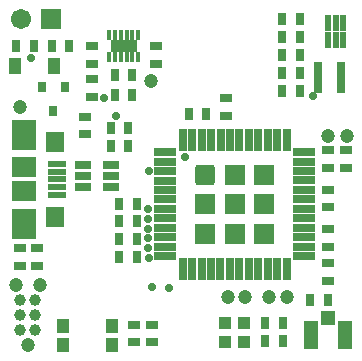
<source format=gts>
G04*
G04 #@! TF.GenerationSoftware,Altium Limited,Altium Designer,19.0.14 (431)*
G04*
G04 Layer_Color=8388736*
%FSAX25Y25*%
%MOIN*%
G70*
G01*
G75*
%ADD32R,0.03150X0.03543*%
%ADD41C,0.04737*%
%ADD42R,0.05524X0.03162*%
%ADD43R,0.08280X0.09855*%
%ADD44R,0.06312X0.07099*%
%ADD45R,0.08280X0.06902*%
%ADD46R,0.05906X0.01968*%
%ADD47R,0.02178X0.05524*%
%ADD48R,0.02729X0.02572*%
%ADD49R,0.03162X0.04343*%
%ADD50R,0.04343X0.03162*%
%ADD51R,0.01784X0.03556*%
%ADD52R,0.08674X0.03910*%
%ADD53R,0.04383X0.05603*%
%ADD54R,0.03950X0.03950*%
%ADD55R,0.07493X0.02769*%
%ADD56R,0.02769X0.07493*%
G04:AMPARAMS|DCode=57|XSize=67.06mil|YSize=67.06mil|CornerRadius=9.91mil|HoleSize=0mil|Usage=FLASHONLY|Rotation=0.000|XOffset=0mil|YOffset=0mil|HoleType=Round|Shape=RoundedRectangle|*
%AMROUNDEDRECTD57*
21,1,0.06706,0.04724,0,0,0.0*
21,1,0.04724,0.06706,0,0,0.0*
1,1,0.01981,0.02362,-0.02362*
1,1,0.01981,-0.02362,-0.02362*
1,1,0.01981,-0.02362,0.02362*
1,1,0.01981,0.02362,0.02362*
%
%ADD57ROUNDEDRECTD57*%
%ADD58R,0.06706X0.06706*%
%ADD59R,0.04737X0.04737*%
%ADD60R,0.04934X0.09461*%
%ADD61C,0.03898*%
%ADD62R,0.04343X0.04737*%
%ADD63C,0.06706*%
%ADD64C,0.04702*%
%ADD65C,0.02769*%
D32*
X0727465Y0679264D02*
D03*
X0719984D02*
D03*
X0723724Y0671390D02*
D03*
D41*
X0787709Y0609185D02*
D03*
X0781803D02*
D03*
X0801488D02*
D03*
X0821567Y0663024D02*
D03*
X0815268Y0663122D02*
D03*
X0756213Y0681232D02*
D03*
X0712512Y0672571D02*
D03*
X0795583Y0609185D02*
D03*
D42*
X0742827Y0645996D02*
D03*
Y0649736D02*
D03*
Y0653476D02*
D03*
X0733772Y0645996D02*
D03*
Y0649736D02*
D03*
Y0653476D02*
D03*
D43*
X0713890Y0633791D02*
D03*
Y0663319D02*
D03*
D44*
X0724224Y0661154D02*
D03*
Y0635957D02*
D03*
D45*
X0713890Y0652591D02*
D03*
Y0644520D02*
D03*
D46*
X0725110Y0653673D02*
D03*
Y0651114D02*
D03*
Y0648555D02*
D03*
Y0645996D02*
D03*
Y0643437D02*
D03*
D47*
X0820386Y0700819D02*
D03*
X0817827D02*
D03*
X0815268D02*
D03*
X0820386Y0694913D02*
D03*
X0817827D02*
D03*
X0815268D02*
D03*
D48*
X0811862Y0678673D02*
D03*
Y0686350D02*
D03*
Y0683791D02*
D03*
Y0681232D02*
D03*
X0819500Y0678673D02*
D03*
Y0686350D02*
D03*
Y0683791D02*
D03*
Y0681232D02*
D03*
D49*
X0717236Y0693043D02*
D03*
X0711331D02*
D03*
X0729047D02*
D03*
X0723142D02*
D03*
X0750110Y0683201D02*
D03*
X0744205D02*
D03*
Y0676508D02*
D03*
X0750110D02*
D03*
X0799913Y0701902D02*
D03*
X0805819D02*
D03*
X0799913Y0695898D02*
D03*
X0805819D02*
D03*
X0799913Y0689894D02*
D03*
X0805819D02*
D03*
X0799913Y0683988D02*
D03*
X0805819D02*
D03*
X0799913Y0678083D02*
D03*
X0805819D02*
D03*
X0794402Y0600524D02*
D03*
X0800307D02*
D03*
X0794402Y0594520D02*
D03*
X0800307D02*
D03*
X0748732Y0665681D02*
D03*
X0742827D02*
D03*
X0748732Y0659579D02*
D03*
X0742827D02*
D03*
X0745780Y0640469D02*
D03*
X0751685D02*
D03*
X0745780Y0634579D02*
D03*
X0751685D02*
D03*
X0745780Y0628594D02*
D03*
X0751685D02*
D03*
X0745780Y0622591D02*
D03*
X0751685D02*
D03*
X0774717Y0670209D02*
D03*
X0768811D02*
D03*
X0809362Y0608398D02*
D03*
X0815268D02*
D03*
D50*
X0736528Y0693043D02*
D03*
Y0687138D02*
D03*
Y0682020D02*
D03*
Y0676114D02*
D03*
X0734165Y0669421D02*
D03*
Y0663516D02*
D03*
X0757787Y0693043D02*
D03*
Y0687138D02*
D03*
X0815268Y0652394D02*
D03*
Y0658299D02*
D03*
X0821370Y0652394D02*
D03*
Y0658299D02*
D03*
X0781410Y0669815D02*
D03*
Y0675721D02*
D03*
X0815169Y0639205D02*
D03*
Y0645110D02*
D03*
X0815268Y0632020D02*
D03*
Y0626114D02*
D03*
Y0620602D02*
D03*
Y0614697D02*
D03*
X0756606Y0600130D02*
D03*
Y0594224D02*
D03*
X0750602D02*
D03*
Y0600130D02*
D03*
X0718417Y0625721D02*
D03*
Y0619815D02*
D03*
X0712512D02*
D03*
Y0625721D02*
D03*
D51*
X0742236Y0689303D02*
D03*
X0744205D02*
D03*
X0746173D02*
D03*
X0748142D02*
D03*
X0750110D02*
D03*
X0752079D02*
D03*
X0742236Y0696783D02*
D03*
X0744205D02*
D03*
X0746173D02*
D03*
X0748142D02*
D03*
X0750110D02*
D03*
X0752079D02*
D03*
D52*
X0747157Y0693043D02*
D03*
D53*
X0723894Y0686350D02*
D03*
X0711020D02*
D03*
D54*
X0780819Y0600721D02*
D03*
X0787118D02*
D03*
X0780819Y0594224D02*
D03*
X0787118D02*
D03*
D55*
X0760929Y0657630D02*
D03*
Y0654480D02*
D03*
Y0651291D02*
D03*
Y0648142D02*
D03*
Y0644992D02*
D03*
Y0641843D02*
D03*
Y0638732D02*
D03*
Y0635543D02*
D03*
Y0632394D02*
D03*
Y0629284D02*
D03*
Y0626094D02*
D03*
Y0622984D02*
D03*
X0807394Y0622965D02*
D03*
Y0626118D02*
D03*
X0807394Y0629276D02*
D03*
X0807394Y0632413D02*
D03*
X0807394Y0635563D02*
D03*
X0807394Y0638713D02*
D03*
X0807386Y0641843D02*
D03*
Y0645031D02*
D03*
Y0648181D02*
D03*
Y0651291D02*
D03*
Y0654480D02*
D03*
Y0657630D02*
D03*
D56*
X0766835Y0618831D02*
D03*
X0769992D02*
D03*
X0773142D02*
D03*
X0776291Y0618831D02*
D03*
X0779441Y0618831D02*
D03*
X0782590Y0618831D02*
D03*
X0785740D02*
D03*
X0788890Y0618835D02*
D03*
X0792039Y0618835D02*
D03*
X0795189Y0618831D02*
D03*
X0798366D02*
D03*
X0801677Y0618831D02*
D03*
X0801520Y0661764D02*
D03*
X0798331D02*
D03*
X0795221D02*
D03*
X0792071D02*
D03*
X0788921D02*
D03*
X0785772D02*
D03*
X0782622D02*
D03*
X0779472D02*
D03*
X0776323D02*
D03*
X0773173D02*
D03*
X0770024D02*
D03*
X0766835D02*
D03*
D57*
X0774323Y0650130D02*
D03*
D58*
X0784165Y0650130D02*
D03*
X0794008Y0650130D02*
D03*
X0774323Y0640287D02*
D03*
X0784165D02*
D03*
X0794008D02*
D03*
X0774224Y0630445D02*
D03*
X0784165D02*
D03*
X0794008D02*
D03*
X0722917Y0702098D02*
D03*
D59*
X0815268Y0602492D02*
D03*
D60*
X0809461Y0596587D02*
D03*
X0821075D02*
D03*
D61*
X0712728Y0608378D02*
D03*
X0717728D02*
D03*
X0712728Y0603378D02*
D03*
X0717728D02*
D03*
X0712728Y0598378D02*
D03*
X0717728D02*
D03*
D62*
X0743221Y0599539D02*
D03*
X0727079D02*
D03*
Y0593240D02*
D03*
X0743221D02*
D03*
D63*
X0712917Y0702098D02*
D03*
D64*
X0719228Y0613378D02*
D03*
X0711228D02*
D03*
X0715228Y0593378D02*
D03*
D65*
X0762217Y0612335D02*
D03*
X0756606Y0612532D02*
D03*
X0716252Y0689106D02*
D03*
X0740646Y0675524D02*
D03*
X0744500Y0669520D02*
D03*
X0755524Y0651454D02*
D03*
X0755440Y0638516D02*
D03*
X0755370Y0635366D02*
D03*
Y0632020D02*
D03*
X0755379Y0628870D02*
D03*
X0755429Y0625819D02*
D03*
X0755526Y0622179D02*
D03*
X0767728Y0656035D02*
D03*
X0810136Y0676409D02*
D03*
M02*

</source>
